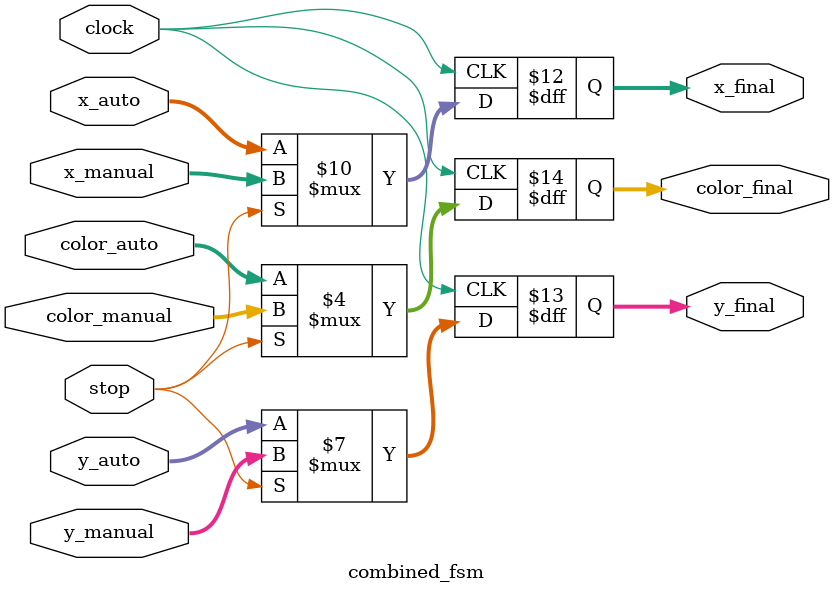
<source format=v>
module combined_fsm(
										clock, 
										x_auto, 
										y_auto,
										color_auto,
										x_manual,
										y_manual,
										color_manual, 
										stop, 
										x_final, 
										y_final, 
										color_final
										);

	input clock;
	input [7:0] x_auto;
	input [6:0] y_auto;
	input [2:0] color_auto;
	input [7:0] x_manual;
	input [6:0] y_manual;
	input [2:0] color_manual;
	input stop;

	output reg [7:0] x_final;
	output reg [6:0] y_final;
	output reg [2:0] color_final;

	always @(posedge clock) begin
		if (stop == 0) begin 
			x_final <= x_auto;
			y_final <= y_auto;
			color_final <= color_auto;
			end
		else begin
			x_final <= x_manual;
			y_final <= y_manual;
			color_final <= color_manual;
			end
		end

endmodule


</source>
